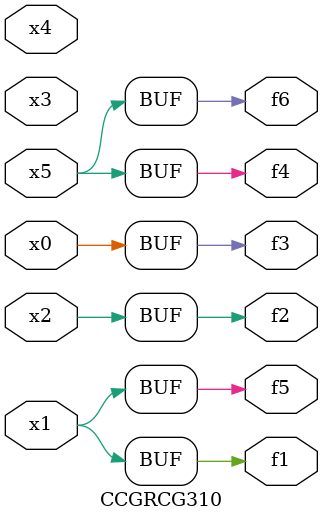
<source format=v>
module CCGRCG310(
	input x0, x1, x2, x3, x4, x5,
	output f1, f2, f3, f4, f5, f6
);
	assign f1 = x1;
	assign f2 = x2;
	assign f3 = x0;
	assign f4 = x5;
	assign f5 = x1;
	assign f6 = x5;
endmodule

</source>
